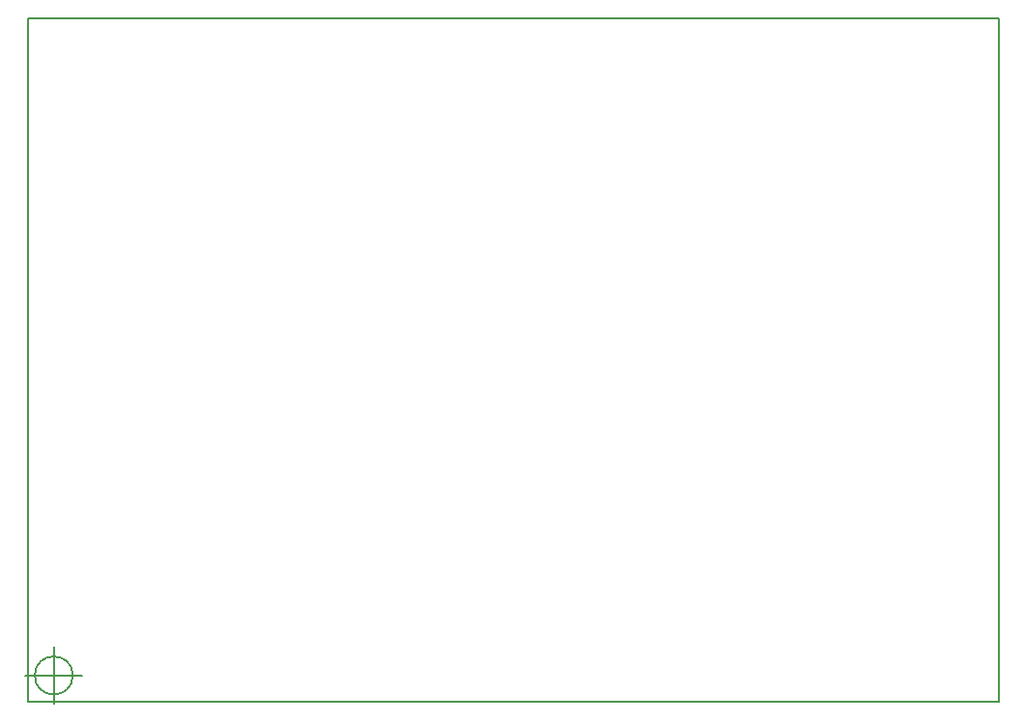
<source format=gbr>
G04 #@! TF.GenerationSoftware,KiCad,Pcbnew,5.0.2-bee76a0~70~ubuntu18.04.1*
G04 #@! TF.CreationDate,2019-01-20T23:04:17+00:00*
G04 #@! TF.ProjectId,Lcr_addon,4c63725f-6164-4646-9f6e-2e6b69636164,rev?*
G04 #@! TF.SameCoordinates,Original*
G04 #@! TF.FileFunction,Profile,NP*
%FSLAX46Y46*%
G04 Gerber Fmt 4.6, Leading zero omitted, Abs format (unit mm)*
G04 Created by KiCad (PCBNEW 5.0.2-bee76a0~70~ubuntu18.04.1) date Sun 20 Jan 2019 23:04:17 GMT*
%MOMM*%
%LPD*%
G01*
G04 APERTURE LIST*
%ADD10C,0.150000*%
%ADD11C,0.200000*%
G04 APERTURE END LIST*
D10*
X40782666Y-109220000D02*
G75*
G03X40782666Y-109220000I-1666666J0D01*
G01*
X36616000Y-109220000D02*
X41616000Y-109220000D01*
X39116000Y-106720000D02*
X39116000Y-111720000D01*
X121920000Y-51562000D02*
X121920000Y-53594000D01*
X36830000Y-51562000D02*
X121920000Y-51562000D01*
D11*
X121920000Y-111506000D02*
X121920000Y-53594000D01*
X36830000Y-111506000D02*
X121920000Y-111506000D01*
X36830000Y-51562000D02*
X36830000Y-111506000D01*
M02*

</source>
